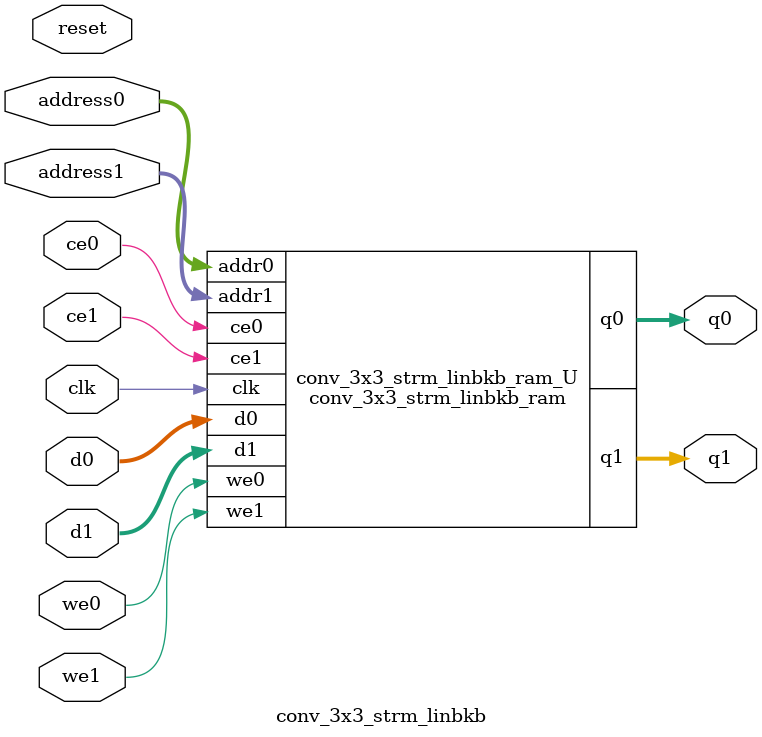
<source format=v>

`timescale 1 ns / 1 ps
module conv_3x3_strm_linbkb_ram (addr0, ce0, d0, we0, q0, addr1, ce1, d1, we1, q1,  clk);

parameter DWIDTH = 8;
parameter AWIDTH = 8;
parameter MEM_SIZE = 256;

input[AWIDTH-1:0] addr0;
input ce0;
input[DWIDTH-1:0] d0;
input we0;
output reg[DWIDTH-1:0] q0;
input[AWIDTH-1:0] addr1;
input ce1;
input[DWIDTH-1:0] d1;
input we1;
output reg[DWIDTH-1:0] q1;
input clk;

(* ram_style = "block" *)reg [DWIDTH-1:0] ram[0:MEM_SIZE-1];




always @(posedge clk)  
begin 
    if (ce0) 
    begin
        if (we0) 
        begin 
            ram[addr0] <= d0; 
            q0 <= d0;
        end 
        else 
            q0 <= ram[addr0];
    end
end


always @(posedge clk)  
begin 
    if (ce1) 
    begin
        if (we1) 
        begin 
            ram[addr1] <= d1; 
            q1 <= d1;
        end 
        else 
            q1 <= ram[addr1];
    end
end


endmodule


`timescale 1 ns / 1 ps
module conv_3x3_strm_linbkb(
    reset,
    clk,
    address0,
    ce0,
    we0,
    d0,
    q0,
    address1,
    ce1,
    we1,
    d1,
    q1);

parameter DataWidth = 32'd8;
parameter AddressRange = 32'd256;
parameter AddressWidth = 32'd8;
input reset;
input clk;
input[AddressWidth - 1:0] address0;
input ce0;
input we0;
input[DataWidth - 1:0] d0;
output[DataWidth - 1:0] q0;
input[AddressWidth - 1:0] address1;
input ce1;
input we1;
input[DataWidth - 1:0] d1;
output[DataWidth - 1:0] q1;



conv_3x3_strm_linbkb_ram conv_3x3_strm_linbkb_ram_U(
    .clk( clk ),
    .addr0( address0 ),
    .ce0( ce0 ),
    .d0( d0 ),
    .we0( we0 ),
    .q0( q0 ),
    .addr1( address1 ),
    .ce1( ce1 ),
    .d1( d1 ),
    .we1( we1 ),
    .q1( q1 ));

endmodule


</source>
